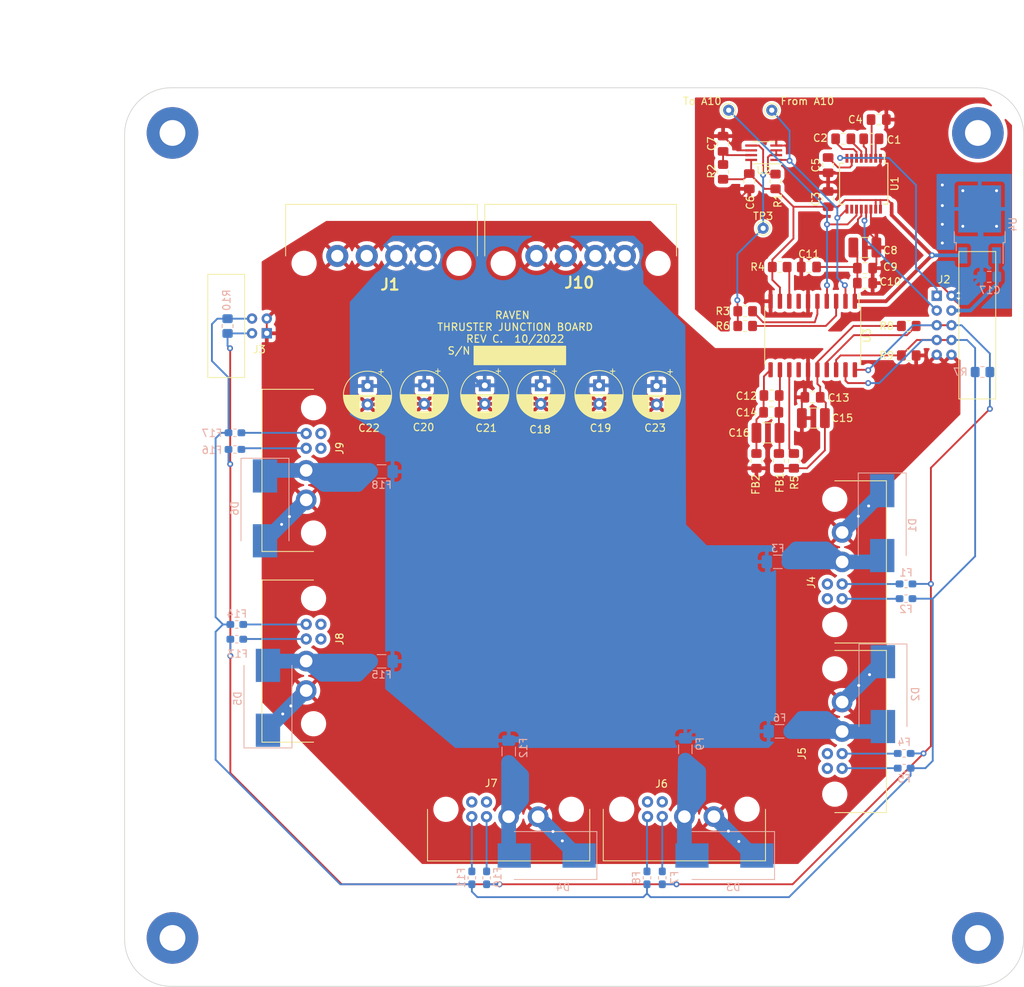
<source format=kicad_pcb>
(kicad_pcb (version 20211014) (generator pcbnew)

  (general
    (thickness 1.6)
  )

  (paper "A4")
  (layers
    (0 "F.Cu" signal)
    (31 "B.Cu" signal)
    (32 "B.Adhes" user "B.Adhesive")
    (33 "F.Adhes" user "F.Adhesive")
    (34 "B.Paste" user)
    (35 "F.Paste" user)
    (36 "B.SilkS" user "B.Silkscreen")
    (37 "F.SilkS" user "F.Silkscreen")
    (38 "B.Mask" user)
    (39 "F.Mask" user)
    (40 "Dwgs.User" user "User.Drawings")
    (41 "Cmts.User" user "User.Comments")
    (42 "Eco1.User" user "User.Eco1")
    (43 "Eco2.User" user "User.Eco2")
    (44 "Edge.Cuts" user)
    (45 "Margin" user)
    (46 "B.CrtYd" user "B.Courtyard")
    (47 "F.CrtYd" user "F.Courtyard")
    (48 "B.Fab" user)
    (49 "F.Fab" user)
  )

  (setup
    (pad_to_mask_clearance 0)
    (grid_origin 83.185 152.4)
    (pcbplotparams
      (layerselection 0x00010fc_ffffffff)
      (disableapertmacros false)
      (usegerberextensions false)
      (usegerberattributes true)
      (usegerberadvancedattributes true)
      (creategerberjobfile true)
      (svguseinch false)
      (svgprecision 6)
      (excludeedgelayer false)
      (plotframeref true)
      (viasonmask false)
      (mode 1)
      (useauxorigin false)
      (hpglpennumber 1)
      (hpglpenspeed 20)
      (hpglpendiameter 15.000000)
      (dxfpolygonmode true)
      (dxfimperialunits true)
      (dxfusepcbnewfont true)
      (psnegative false)
      (psa4output false)
      (plotreference false)
      (plotvalue false)
      (plotinvisibletext false)
      (sketchpadsonfab false)
      (subtractmaskfromsilk false)
      (outputformat 4)
      (mirror false)
      (drillshape 0)
      (scaleselection 1)
      (outputdirectory "../../../../Downloads/thruster_junction_board/")
    )
  )

  (net 0 "")
  (net 1 "Net-(U1-Pad2)")
  (net 2 "Net-(U1-Pad4)")
  (net 3 "Net-(U1-Pad5)")
  (net 4 "Net-(U1-Pad6)")
  (net 5 "GND")
  (net 6 "Net-(U1-Pad3)")
  (net 7 "Net-(C7-Pad2)")
  (net 8 "/RS485_B")
  (net 9 "/RS485_A")
  (net 10 "/ISO_RS232_TO_A10")
  (net 11 "/ISO_RS232_FROM_A10")
  (net 12 "Net-(R1-Pad1)")
  (net 13 "/ISO_!RE")
  (net 14 "/ISO_RXD")
  (net 15 "/ISO_TXD")
  (net 16 "Net-(U1-Pad7)")
  (net 17 "Net-(J4-Pad3)")
  (net 18 "Net-(J4-Pad4)")
  (net 19 "+48V")
  (net 20 "Net-(J4-Pad5)")
  (net 21 "Net-(J5-Pad3)")
  (net 22 "Net-(J5-Pad4)")
  (net 23 "Net-(J5-Pad5)")
  (net 24 "Net-(J6-Pad3)")
  (net 25 "Net-(J6-Pad4)")
  (net 26 "Net-(J6-Pad5)")
  (net 27 "Net-(J7-Pad3)")
  (net 28 "Net-(J7-Pad4)")
  (net 29 "Net-(J7-Pad5)")
  (net 30 "Net-(J8-Pad3)")
  (net 31 "Net-(J8-Pad4)")
  (net 32 "Net-(J8-Pad5)")
  (net 33 "Net-(J9-Pad3)")
  (net 34 "Net-(J9-Pad4)")
  (net 35 "Net-(R4-Pad1)")
  (net 36 "/MODE")
  (net 37 "Net-(C12-Pad2)")
  (net 38 "Net-(C12-Pad1)")
  (net 39 "/VISO_5V")
  (net 40 "/ISO_EN")
  (net 41 "/ISO_DE")
  (net 42 "GNDS")
  (net 43 "VDD")
  (net 44 "/GSS_24V")
  (net 45 "Net-(J9-Pad5)")
  (net 46 "unconnected-(J4-Pad2)")
  (net 47 "unconnected-(J4-Pad1)")
  (net 48 "unconnected-(J5-Pad2)")
  (net 49 "unconnected-(J5-Pad1)")
  (net 50 "unconnected-(J6-Pad2)")
  (net 51 "unconnected-(J6-Pad1)")
  (net 52 "unconnected-(J7-Pad2)")
  (net 53 "unconnected-(J7-Pad1)")
  (net 54 "unconnected-(J8-Pad2)")
  (net 55 "unconnected-(J8-Pad1)")
  (net 56 "unconnected-(J9-Pad2)")
  (net 57 "unconnected-(J9-Pad1)")
  (net 58 "unconnected-(U1-Pad10)")
  (net 59 "unconnected-(U3-Pad14)")
  (net 60 "unconnected-(U3-Pad7)")

  (footprint "Capacitor_SMD:C_0805_2012Metric_Pad1.18x1.45mm_HandSolder" (layer "F.Cu") (at 167.3005 43.756))

  (footprint "Capacitor_SMD:C_0805_2012Metric_Pad1.18x1.45mm_HandSolder" (layer "F.Cu") (at 151.003 44.4285 -90))

  (footprint "Capacitor_SMD:C_0805_2012Metric_Pad1.18x1.45mm_HandSolder" (layer "F.Cu") (at 157.5805 78.582 180))

  (footprint "MountingHole:MountingHole_3.5mm_Pad" (layer "F.Cu") (at 185.56 152.185))

  (footprint "MountingHole:MountingHole_3.5mm_Pad" (layer "F.Cu") (at 185.56 42.965))

  (footprint "MountingHole:MountingHole_3.5mm_Pad" (layer "F.Cu") (at 76.34 42.965))

  (footprint "MountingHole:MountingHole_3.5mm_Pad" (layer "F.Cu") (at 76.34 152.185))

  (footprint "Resistor_SMD:R_0805_2012Metric_Pad1.20x1.40mm_HandSolder" (layer "F.Cu") (at 158.115 49.546 -90))

  (footprint "TestPoint:TestPoint_THTPad_D1.5mm_Drill0.7mm" (layer "F.Cu") (at 156.435 55.9))

  (footprint "Capacitor_SMD:C_0805_2012Metric_Pad1.18x1.45mm_HandSolder" (layer "F.Cu") (at 170.2495 61.302))

  (footprint "Capacitor_SMD:C_0805_2012Metric_Pad1.18x1.45mm_HandSolder" (layer "F.Cu") (at 162.6475 61.15 180))

  (footprint "Capacitor_SMD:C_0805_2012Metric_Pad1.18x1.45mm_HandSolder" (layer "F.Cu") (at 157.5375 80.868 180))

  (footprint "Capacitor_SMD:C_1210_3225Metric_Pad1.33x2.70mm_HandSolder" (layer "F.Cu") (at 157.0895 83.662 180))

  (footprint "Resistor_SMD:R_0805_2012Metric_Pad1.20x1.40mm_HandSolder" (layer "F.Cu") (at 158.575 87.456 90))

  (footprint "raven_parts_library:Harwin_Mixtex_4+2_Horizontal" (layer "F.Cu") (at 165.149 127.176 90))

  (footprint "raven_parts_library:Harwin_Mixtex_4+2_Horizontal" (layer "F.Cu") (at 142.757 133.716))

  (footprint "raven_parts_library:Harwin_Mixtex_4+2_Horizontal" (layer "F.Cu") (at 118.923 133.732))

  (footprint "raven_parts_library:Harwin_Mixtex_4+2_Horizontal" (layer "F.Cu") (at 96.467 111.62 -90))

  (footprint "raven_parts_library:Harwin_Mixtex_4+2_Horizontal" (layer "F.Cu") (at 96.467 85.746 -90))

  (footprint "Resistor_SMD:R_0805_2012Metric_Pad1.20x1.40mm_HandSolder" (layer "F.Cu") (at 158.685 61.15 180))

  (footprint "Package_SO:SOIC-20W_7.5x12.8mm_P1.27mm" (layer "F.Cu") (at 163.159 70.446 -90))

  (footprint "raven_parts_library:Harwin_Mixtex_4+2_Horizontal" (layer "F.Cu") (at 165.149 104.164 90))

  (footprint "raven_parts_library:Harwin_JTek_2x2_through_hole_horizontal_jackscrews" (layer "F.Cu") (at 88.125 68.146 90))

  (footprint "Capacitor_SMD:C_0805_2012Metric_Pad1.18x1.45mm_HandSolder" (layer "F.Cu") (at 170.2495 63.334))

  (footprint "Package_SO:SSOP-16_5.3x6.2mm_P0.65mm" (layer "F.Cu") (at 170.073 49.852 -90))

  (footprint "Capacitor_SMD:C_0805_2012Metric_Pad1.18x1.45mm_HandSolder" (layer "F.Cu") (at 165.247 51.9375 90))

  (footprint "Resistor_SMD:R_0805_2012Metric_Pad1.20x1.40mm_HandSolder" (layer "F.Cu") (at 151.003 48.244 -90))

  (footprint "Resistor_SMD:R_0805_2012Metric_Pad1.20x1.40mm_HandSolder" (layer "F.Cu") (at 155.527 87.456 90))

  (footprint "Resistor_SMD:R_0805_2012Metric_Pad1.20x1.40mm_HandSolder" (layer "F.Cu") (at 160.607 87.456 -90))

  (footprint "Capacitor_SMD:C_0805_2012Metric_Pad1.18x1.45mm_HandSolder" (layer "F.Cu") (at 163.1375 78.828 180))

  (footprint "Capacitor_SMD:C_1210_3225Metric_Pad1.33x2.70mm_HandSolder" (layer "F.Cu") (at 170.2325 58.508))

  (footprint "Capacitor_SMD:C_0805_2012Metric_Pad1.18x1.45mm_HandSolder" (layer "F.Cu") (at 171.1105 43.756))

  (footprint "Capacitor_SMD:C_0805_2012Metric_Pad1.18x1.45mm_HandSolder" (layer "F.Cu") (at 165.247 47.3335 90))

  (footprint "Package_SO:SSOP-8_2.95x2.8mm_P0.65mm" (layer "F.Cu") (at 156.513 45.649 180))

  (footprint "Capacitor_SMD:C_0805_2012Metric_Pad1.18x1.45mm_HandSolder" (layer "F.Cu") (at 154.559 49.5085 -90))

  (footprint "Resistor_SMD:R_0805_2012Metric_Pad1.20x1.40mm_HandSolder" (layer "F.Cu") (at 153.999 69.15 180))

  (footprint "raven_parts_library:Harwin_MixTek_0+4_horizontal" (layer "F.Cu") (at 110.685 59.65 180))

  (footprint "raven_parts_library:Harwin_MixTek_0+4_horizontal" (layer "F.Cu") (at 137.685 59.65 180))

  (footprint "raven_parts_library:Harwin_JTek_5x2_through_hole_horizontal_jackscrews" (layer "F.Cu") (at 180.975 67.056 -90))

  (footprint "Resistor_SMD:R_0805_2012Metric_Pad1.20x1.40mm_HandSolder" (layer "F.Cu") (at 176.185 73.15 180))

  (footprint "Resistor_SMD:R_0805_2012Metric_Pad1.20x1.40mm_HandSolder" (layer "F.Cu") (at 153.999 67.15 180))

  (footprint "Capacitor_SMD:C_1210_3225Metric_Pad1.33x2.70mm_HandSolder" (layer "F.Cu") (at 163.2475 81.65 180))

  (footprint "Resistor_SMD:R_0805_2012Metric_Pad1.20x1.40mm_HandSolder" (layer "F.Cu") (at 176.185 69.15 180))

  (footprint "Capacitor_SMD:C_0805_2012Metric_Pad1.18x1.45mm_HandSolder" (layer "F.Cu") (at 172.1065 41.148))

  (footprint "TestPoint:TestPoint_THTPad_D1.5mm_Drill0.7mm" (layer "F.Cu") (at 151.765 39.878))

  (footprint "TestPoint:TestPoint_THTPad_D1.5mm_Drill0.7mm" (layer "F.Cu") (at 157.607 39.878))

  (footprint "Capacitor_THT:CP_Radial_D6.3mm_P2.50mm" (layer "F.Cu") (at 134.185 77.217621 -90))

  (footprint "Capacitor_THT:CP_Radial_D6.3mm_P2.50mm" (layer "F.Cu") (at 126.285 77.217621 -90))

  (footprint "Capacitor_THT:CP_Radial_D6.3mm_P2.50mm" (layer "F.Cu")
    (tedit 5AE50EF0) (tstamp 66f3b232-15e2-47ed-abb9-6edca5cb5038)
    (at 102.785 77.3 -90)
    (descr "CP, Radial series, Radial, pin pitch=2.50mm, , diameter=6.3mm, Electrolytic Capacitor")
    (tags "CP Radial series Radial pin pitch 2.50mm  diameter 6.3mm Electrolytic Capacitor")
    (property "Sheetfile" "File: /home/aaron/workspace/raven/vehicle_interface_board/thruster_junction_board_rev2/thruster_junction_board_rev2.sch")
    (property "Sheetname" "")
    (path "/022b67fb-c84e-4130-b422-5f6e0294ed7a")
    (attr through_hole)
    (fp_text reference "C22" (at 5.7 -0.2 180) (layer "F.SilkS")
      (effects (font (size 1 1) (thickness 0.15)))
      (tstamp 7931d4d5-6757-4b8c-a854-bfd9ef7fad60)
    )
    (fp_text value "33uF 63V" (at 1.25 4.4 90) (layer "F.Fab")
      (effects (font (size 1 1) (thickness 0.15)))
      (tstamp 2f286dc1-2af7-45e8-9b9a-e0f71f7a8b63)
    )
    (fp_text user "${REFERENCE}" (at 1.25 0 90) (layer "F.Fab")
      (effects (font (size 1 1) (thickness 0.15)))
      (tstamp 47766341-e1e1-4d1d-9f74-c56ff1617f3f)
    )
    (fp_line (start 2.771 1.04) (end 2.771 2.856) (layer "F.SilkS") (width 0.12) (tstamp 002c8945-ecfe-4413-a54a-30cc2225d644))
    (fp_line (start 2.411 -3.018) (end 2.411 -1.04) (layer "F.SilkS") (width 0.12) (tstamp 00f109aa-eec4-433d-8626-1f3ea084cc74))
    (fp_line (start 1.49 1.04) (end 1.49 3.222) (layer "F.SilkS") (width 0.12) (tstamp 01a7c86b-bda2-40b9-9e37-f69675820e71))
    (fp_line (start 2.451 1.04) (end 2.451 3.002) (layer "F.SilkS") (width 0.12) (tstamp 0ced26fb-10b7-43b6-81a5-e1ded767638a))
    (fp_line (start 2.091 -3.121) (end 2.091 -1.04) (layer "F.SilkS") (width 0.12) (tstamp 0e8df51d-b6ea-4297-9c54-40bea79b180b))
    (fp_line (start 3.691 -2.137) (end 3.691 2.137) (layer "F.SilkS") (width 0.12) (tstamp 0e91d8dd-c483-471a-8306-887225657447))
    (fp_line (start 1.81 -3.182) (end 1.81 -1.04) (layer "F.SilkS") (width 0.12) (tstamp 0f7cd65f-4ad4-49b1-be6a-41363d4bf9bb))
    (fp_line (start 2.211 1.04) (end 2.211 3.086) (layer "F.SilkS") (width 0.12) (tstamp 10b87c37-e796-4042-a05d-99e166420706))
    (fp_line (start 3.131 -2.636) (end 3.131 -1.04) (layer "F.SilkS") (width 0.12) (tstamp 131afd69-d71a-4d31-87ec-c8358019b300))
    (fp_line (start 3.091 1.04) (end 3.091 2.664) (layer "F.SilkS") (width 0.12) (tstamp 15652172-a570-49c6-9466-48fda7813372))
    (fp_line (start 2.851 1.04) (end 2.851 2.812) (layer "F.SilkS") (width 0.12) (tstamp 18a808bd-6d63-49e6-9bbc-b5b08016852d))
    (fp_line (start 3.011 -2.716) (end 3.011 -1.04) (layer "F.SilkS") (width 0.12) (tstamp 18f601c7-917b-4cf9-91e0-2411102c9a08))
    (fp_line (start 4.091 -1.581) (end 4.091 1.581) (layer "F.SilkS") (width 0.12) (tstamp 19b087c8-bf3b-4658-ab4d-2a61f04b3c61))
    (fp_line (start 2.731 -2.876) (end 2.731 -1.04) (layer "F.SilkS") (width 0.12) (tstamp 1ad56737-3396-4b54-9fa2-57944c56bb28))
    (fp_line (start 3.371 1.04) (end 3.371 2.45) (layer "F.SilkS") (width 0.12) (tstamp 238caf21-b748-4860-9a1b-8fb2594abbc1))
    (fp_line (start 3.371 -2.45) (end 3.371 -1.04) (layer "F.SilkS") (width 0.12) (tstamp 23c27ebe-6184-4800-9bd5-e394f23c92c7))
    (fp_line (start 3.291 -2.516) (end 3.291 -1.04) (layer "F.SilkS") (width 0.12) (tstamp 24f04204-93e9-4773-847f-96bb7460a0e5))
    (fp_line (start 2.091 1.04) (end 2.091 3.121) (layer "F.SilkS") (width 0.12) (tstamp 25757663-0e15-4cfe-87ac-739a05eb9c0f))
    (fp_line (start 1.65 -3.206) (end 1.65 -1.04) (layer "F.SilkS") (width 0.12) (tstamp 29352062-66dd-48cb-9b61-0a08375bae83))
    (fp_line (start 2.971 1.04) (end 2.971 2.742) (layer "F.SilkS") (width 0.12) (tstamp 2dcee1f7-5778-49e3-86b3-e1dc89af0813))
    (fp_line (start 3.491 -2.343) (end 3.491 -1.04) (layer "F.SilkS") (width 0.12) (tstamp 2e487b6b-2f77-43f3-96c8-760a80762154))
    (fp_line (start 3.171 1.04) (end 3.171 2.607) (layer "F.SilkS") (width 0.12) (tstamp 2e7233de-dcc1-4ece-a111-af03285344d5))
    (fp_line (start 2.131 1.04) (end 2.131 3.11) (layer "F.SilkS") (width 0.12) (tstamp 2effb1dc-b667-43d5-a776-39216a218e39))
    (fp_line (start 2.891 1.04) (end 2.891 2.79) (layer "F.SilkS") (width 0.12) (tstamp 310cdce0-49f7-443b-bff4-ec28f62dcf17))
    (fp_line (start 2.891 -2.79) (end 2.891 -1.04) (layer "F.SilkS") (width 0.12) (tstamp 31e05ec2-ecea-4948-9ef0-972ae4a3fcc3))
    (fp_line (start 4.491 -0.402) (end 4.491 0.402) (layer "F.SilkS") (width 0.12) (tstamp 32ffffd7-9606-4b11-a60b-b7e1da560e0b))
    (fp_line (start 3.171 -2.607) (end 3.171 -1.04) (layer "F.SilkS") (width 0.12) (tstamp 36a14758-ba88-42a8-93ec-04c166c5e095))
    (fp_line (start 1.77 -3.189) (end 1.77 -1.04) (layer "F.SilkS") (width 0.12) (tstamp 38226dcc-2dbd-4fc4-a7cb-2102b15f1a0a))
    (fp_line (start 1.93 -3.159) (end 1.93 -1.04) (layer "F.SilkS") (width 0.12) (tstamp 3beff108-d42f-4bfa-93e3-8770ef20f58a))
    (fp_line (start 4.411 -0.802) (end 4.411 0.802) (layer "F.SilkS") (width 0.12) (tstamp 4461800c-c423-4615-a11d-55cd23aa03e3))
    (fp_line (start 2.691 1.04) (end 2.691 2.896) (layer "F.SilkS") (width 0.12) (tstamp 4602c8ca-3f00-49bc-9ec4-47005b3d7774))
    (fp_line (start 4.371 -0.94) (end 4.371 0.94) (layer "F.SilkS") (width 0.12) (tstamp 4ff1aaa3-be2c-460d-beae-a95fb423b5d1))
    (fp_line (start -1.935241 -2.154) (end -1.935241 -1.524) (layer "F.SilkS") (width 0.12) (tstamp 53bc2128-7939-45d4-94c1-9dc6c8173431))
    (fp_line (start 2.691 -2.896) (end 2.691 -1.04) (layer "F.SilkS") (width 0.12) (tstamp 56f818e9-6eb9-4635-94ef-93e259e1ffab))
    (fp_line (start 2.611 1.04) (end 2.611 2.934) (layer "F.SilkS") (width 0.12) (tstamp 57d177b9-bb2b-4d14-8ea0-f85d228c7967))
    (fp_line (start 3.131 1.04) (end 3.131 2.636) (layer "F.SilkS") (width 0.12) (tstamp 5b93f62b-b25f-4c44-b025-e8f004dfc8c3))
    (fp_line (start 4.291 -1.165) (end 4.291 1.165) (layer "F.SilkS") (width 0.12) (tstamp 5b9fdf5d-aefe-48db-aa25-d2f530d318a5))
    (fp_line (start 1.89 -3.167) (end 1.89 -1.04) (layer "F.SilkS") (width 0.12) (tstamp 5cc8bebf-7e65-4dcc-8bb6-866962794c59))
    (fp_line (start 3.531 -2.305) (end 3.531 -1.04) (layer "F.SilkS") (width 0.12) (tstamp 5ea9bc48-e9fd-4411-8421-535ca9ded222))
    (fp_line (start -2.250241 -1.839) (end -1.620241 -1.839) (layer "F.SilkS") (width 0.12) (tstamp 5fc73ad3-ecb6-4ffb-b50f-89148cfed7d1))
    (fp_line (start 2.051 -3.131) (end 2.051 -1.04) (layer "F.SilkS") (width 0.12) (tstamp 6217d066-67bb-45b7-8543-fbe1ec0c2c65))
    (fp_line (start 2.051 1.04) (end 2.051 3.131) (layer "F.SilkS") (width 0.12) (tstamp 62b9d195-0108-4708-9f7b-2b9c95576625))
    (fp_line (start 2.371 1.04) (end 2.371 3.033) (layer "F.SilkS") (width 0.12) (tstamp 63cacdbe-a3d9-4c10-8dc6-dfb59e41c07c))
    (fp_line (start 1.57 -3.215) (end 1.57 -1.04) (layer "F.SilkS") (width 0.12) (tstamp 63e440cb-2976-4a28-9d12-16798f98d08a))
    (fp_line (start 4.331 -1.059) (end 4.331 1.059) (layer "F.SilkS") (width 0.12) (tstamp 646b48c0-2c09-4910-92e3-a5f19fb4dbc7))
    (fp_line (start 1.41 -3.227) (end 1.41 3.227) (layer "F.SilkS") (width 0.12) (tstamp 6561bf54-86be-488b-a53c-83e4984a97e6))
    (fp_line (start 2.971 -2.742) (end 2.971 -1.04) (layer "F.SilkS") (width 0.12) (tstamp 66a6be28-eaf8-4045-bcf1-f36591dcc6ce))
    (fp_line (start 2.571 -2.952) (end 2.571 -1.04) (layer "F.SilkS") (width 0.12) (tstamp 674dadb1-be68-4874-8e76-d42700b48951))
    (fp_line (start 3.891 -1.89) (end 3.891 1.89) (layer "F.SilkS") (width 0.12) (tstamp 67d14241-0bf8-430f-b4d4-73f95f3e71a5))
    (fp_line (start 1.89 1.04) (end 1.89 3.167) (layer "F.SilkS") (width 0.12) (tstamp 68b8a92d-7a2d-4937-bc0e-77e838cd93b7))
    (fp_line (start 3.051 -2.69) (end 3.051 -1.04) (layer "F.SilkS") (width 0.12) (tstamp 6fc25c1f-507a-4bc6-82de-7b3ce5a0a8fa))
    (fp_line (start 3.771 -2.044) (end 3.771 2.044) (layer "F.SilkS") (width 0.12) (tstamp 73b20d43-48d8-44a1-b3b6-1a506cb5f6d8))
    (fp_line (start 4.011 -1.714) (end 4.011 1.714) (layer "F.SilkS") (width 0.12) (tstamp 752414c3-06a9-4584-936a-73051089f386))
    (fp_line (start 3.571 -2.265) (end 3.571 2.265) (layer "F.SilkS") (width 0.12) (tstamp 765b075e-9e21-472e-9419-a23d1cc9244c))
    (fp_line (start 1.45 -3.224) (end 1.45 3.224) (layer "F.SilkS") (width 0.12) (tstamp 7922946a-cfcb-4878-83e6-91093bf28b79))
    (fp_line (start 1.77 1.04) (end 1.77 3.189) (layer "F.SilkS") (width 0.12) (tstamp 7b213620-4408-4a97-b55a-e7f227c580ae))
    (fp_line (start 2.811 1.04) (end 2.811 2.834) (layer "F.SilkS") (width 0.12) (tstamp 7cd0f5c2-cd1a-4d38-b9a5-f555da943e9a))
    (fp_line (start 4.451 -0.633) (end 4.451 0.633) (layer "F.SilkS") (width 0.12) (tstamp 7d95b5f5-2ae1-40fb-9390-2117b53ab7c5))
    (fp_line (start 3.931 -1.834) (end 3.931 1.834) (layer "F.SilkS") (width 0.12) (tstamp 83df2f2e-d87e-418c-8518-7b5e10fc3e30))
    (fp_line (start 1.61 -3.211) (end 1.61 -1.04) (layer "F.SilkS") (width 0.12) (tstamp 84eba8d4-0a6c-4a48-a405-8cef4b36eb33))
    (fp_line (start 1.53 1.04) (end 1.53 3.218) (layer "F.SilkS") (width 0.12) (tstamp 88c910b6-acc3-4a8e-85c1-c9a5cba781d4))
    (fp_line (start 3.851 -1.944) (end 3.851 1.944) (layer "F.SilkS") (width 0.12) (tstamp 8984c0e3-238e-412f-8c97-9b7f56243e10))
    (fp_line (start 3.251 -2.548) (end 3.251 -1.04) (layer "F.SilkS") (width 0.12) (tstamp 8ce485c9-61cf-482d-a2c8-4755e454afb1))
    (fp_line (start 2.251 1.04) (end 2.251 3.074) (layer "F.SilkS") (width 0.12) (tstamp 8f831ad0-6c19-4d3f-8ab8-bfdb6598fe73))
    (fp_line (start 4.051 -1.65) (end 4.051 1.65) (layer "F.SilkS") (width 0.12) (tstamp 90f837e1-2f9e-4c25-88b2-15cc847bd641))
    (fp_line (start 2.731 1.04) (end 2.731 2.876) (layer "F.SilkS") (width 0.12) (tstamp 91512307-44ed-48d5-a81b-6a6d4c6b30a1))
    (fp_line (start 3.291 1.04) (end 3.291 2.516) (layer "F.SilkS") (width 0.12) (tstamp 94ca82c1-601f-41c2-8b47-f398cb5df7df))
    (fp_line (start 2.171 1.04) (end 2.171 3.098) (layer "F.SilkS") (width 0.12) (tstamp 952cb864-0e54-4727-b415-6347cd462a5a))
    (fp_line (start 1.53 -3.218) (end 1.53 -1.04) (layer "F.SilkS") (width 0.12) (tstamp 985e3027-1202-46ec-9294-97b287152fa0))
    (fp_line (start 2.331 1.04) (end 2.331 3.047) (layer "F.SilkS") (width 0.12) (tstamp 987ffe10-9beb-49eb-ac06-dbd6ac463822))
    (fp_line (start 3.451 1.04) (end 3.451 2.38) (layer "F.SilkS") (width 0.12) (tstamp 9988bcd4-15b1-4880-8fc4-02db1a02055c))
    (fp_line (start 1.73 1.04) (end 1.73 3.195) (layer "F.SilkS") (width 0.12) (tstamp 9a8138f8-3f84-482c-832f-c1ee702e97dd))
    (fp_line (start 1.69 1.04) (end 1.69 3.201) (layer "F.SilkS") (width 0.12) (tstamp 9aefefa6-2bad-4f02-99fb-fc94944e9f13))
    (fp_line (start 2.931 1.04) (end 2.931 2.766) (layer "F.SilkS") (width 0.12) (tstamp 9b656c7a-b5ff-4f8b-bc91-eb6a1727b5f5))
    (fp_line (start 2.531 1.04) (end 2.531 2.97) (layer "F.SilkS") (width 0.12) (tstamp 9c61049a-e81d-4df3-9a97-819b8a25930d))
    (fp_line (start 1.93 1.04) (end 1.93 3.159) (layer "F.SilkS") (width 0.12) (tstamp 9cb5e0cc-3665-4cfd-8dc7-e2aa658a829a))
    (fp_line (start 2.251 -3.074) (end 2.251 -1.04) (layer "F.SilkS") (width 0.12) (tstamp 9cebbd01-6ec9-4f95-b019-515e890725e8))
    (fp_line (start 3.051 1.04) (end 3.051 2.69) (layer "F.SilkS") (width 0.12) (tstamp 9e2082ab-84ac-41a4-a0c2-9be38b59d035))
    (fp_line (start 2.771 -2.856) (end 2.771 -1.04) (layer "F.SilkS") (width 0.12) (tstamp 9fc3f1be-6523-46ee-bd16-7b593e348527))
    (fp_line (start 3.531 1.04) (end 3.531 2.305) (layer "F.SilkS") (width 0.12) (tstamp a281834e-c202-4857-8a24-a652b82e9866))
    (fp_line (start 3.611 -2.224) (end 3.611 2.224) (layer "F.SilkS") (width 0.12) (tstamp a43334c6-8f4c-4928-869c-763fccd41fd4))
    (fp_line (start 1.81 1.04) (end 1.81 3.182) (layer "F.SilkS") (width 0.12) (tstamp a4db4301-183b-4a22-a5a4-5bedf59f901a))
    (fp_line (start 2.491 -2.986) (end 2.491 -1.04) (layer "F.SilkS") (width 0.12) (tstamp a654c5ef-60f9-4bfb-a0db-cb95d7051cc4))
    (fp_line (start 3.411 -2.416) (end 3.411 -1.04) (layer "F.SilkS") (width 0.12) (tstamp a70c520c-defd-42c0-b928-1ac086824c49))
    (fp_line (start 3.411 1.04) (end 3.411 2.416) (layer "F.SilkS") (width 0.12) (tstamp aaf06f24-bd95-44e5-a0db-a0bc8e4a8a2c))
    (fp_line (start 3.211 -2.578) (end 3.211 -1.04) (layer "F.SilkS") (width 0.12) (tstamp ab010219-e6e1-4e6f-9a8b-db9144223b85))
    (fp_line (start 3.491 1.04) (end 3.491 2.343) (layer "F.SilkS") (width 0.12) (tstamp adeca479-cd1f-490b-8320-1d8e69723537))
    (fp_line (start 3.011 1.04) (end 3.011 2.716) (layer "F.SilkS") (width 0.12) (tstamp affd07d1-70b2-4371-a9a0-c3274804b31f))
    (fp_line (start 2.331 -3.047) (end 2.331 -1.04) (layer "F.SilkS") (width 0.12) (tstamp b0566b60-38fc-4636-9a13-f42a215e3238))
    (fp_line (start 2.011 1.04) (end 2.011 3.141) (layer "F.SilkS") (width 0.12) (tstamp b0908349-3b7f-4611-88bc-5db405fba6cb))
    (fp_line (start 2.851 -2.812) (end 2.851 -1.04) (layer "F.SilkS") (width 0.12) (tstamp b6a8792f-bb55-4e91-aa0b-b6b160f7b19a))
    (fp_line (start 4.251 -1.262) (end 4.251 1.262) (layer "F.SilkS") (width 0.12) (tstamp b7051683-6c4c-40c9-807c-6cfeda2dba53))
    (fp_line (start 2.651 -2.916) (end 2.651 -1.04) (layer "F.SilkS") (width 0.12) (tstamp b9655f57-d2dc-4340-9c19-da2cb4cc31e1))
    (fp_line (start 4.171 -1.432) (end 4.171 1.432) (layer "F.SilkS") (width 0.12) (tstamp b9da3d6e-bbb9-4995-b79d-b3ba57e040bf))
    (fp_line (start 3.211 1.04) (end 3.211 2.578) (layer "F.SilkS") (width 0.12) (tstamp beaf0a03-4ac0-4c69-aa1e-af0f1cfddec5))
    (fp_line (start 3.731 -2.092) (end 3.731 2.092) (layer "F.SilkS") (width 0.12) (tstamp c0e318b9-265f-4b66-bfd2-ca533dc1911b))
    (fp_line (start 1.29 -3.23) (end 1.29 3.23) (layer "F.SilkS") (width 0.12) (tstamp c1c31b91-a956-4a88-b513-f1d9e99b249c))
    (fp_line (start 2.611 -2.934) (end 2.611 -1.04) (layer "F.SilkS") (width 0.12) (tstamp c25fea50-e333-4815-80c5-60c1688d370a))
    (fp_line (start 1.85 -3.175) (end 1.85 -1.04) (layer "F.SilkS") (width 0.12) (tstamp c422a159-7c03-4892-a86d-a15d7ac4e0f9))
    (fp_line (start 2.411 1.04) (end 2.411 3.018) (layer "F.SilkS") (width 0.12) (tstamp c5e8986d-835d-49c2-a751-1149f4fc1042))
    (fp_line (start 2.571 1.04) (end 2.571 2.952) (layer "F.SilkS") (width 0.12) (tstamp c88e70ce-9c67-4295-9cd6-f10709a4a29f))
    (fp_line (start 3.331 1.04) (end 3.331 2.484) (layer "F.SilkS") (width 0.12) (tstamp cf44e1f8-081f-4a6f-8532-f2c09a0c2ef5))
    (fp_line (start 1.69 -3.201) (end 1.69 -1.04) (layer "F.SilkS") (width 0.12) (tstamp cf64105c-420e-4abc-8545-3c698100c16c))
    (fp_line (start 1.25 -3.23) (end 1.25 3.23) (layer "F.SilkS") (width 0.12) (tstamp d060bf33-b2e5-4cbf-b17a-c2138a9e6630))
    (fp_line (start 3.331 -2.484) (end 3.331 -1.04) (layer "F.SilkS") (width 0.12) (tstamp d0b939c3-74ee-4bcb-8e9a-3998093b23c4))
    (fp_line (start 2.371 -3.033) (end 2.371 -1.04) (layer "F.SilkS") (width 0.12) (tstamp d28af6f1-f2bd-4239-ad5c-4616b500d64a))
    (fp_line (start 2.491 1.04) (end 2.491 2.986) (layer "F.SilkS") (width 0.12) (tstamp d2a08ebf-88d8-49ad-b796-42fe6fce3e85))
    (fp_line (start 3.451 -2.38) (end 3.451 -1.04) (layer "F.SilkS") (width 0.12) (tstamp d332bb8e-61fb-473c-8a1b-e3754edde297))
    (fp_line (start 3.651 -2.182) (end 3.651 2.182) (layer "F.SilkS") (width 0.12) (tstamp d3edbf8a-0179-40b8-986d-c4538d8b0507))
    (fp_line (start 2.931 -2.766) (end 2.931 -1.04) (layer "F.SilkS") (width 0.12) (tstamp d6a35257-87ee-4e45-a334-728371ea130b))
    (fp_line (start 3.811 -1.995) (end 3.811 1.995) (layer "F.SilkS") (width 0.12) (tstamp d6a3baa1-0d26-4ea8-bd68-11d605e63888))
    (fp_line (start 1.85 1.04) (end 1.85 3.175) (layer "F.SilkS") (width 0.12) (tstamp d91cda0c-94f4-456f-af13-17809acf0ae5))
    (fp_line (start 4.211 -1.35) (end 4.211 1.35) (layer "F.SilkS") (width 0.12) (tstamp da979d64-2b2a-45b3-8e23-1888db4d0b70))
    (fp_line (start 1.57 1.04) (end 1.57 3.215) (layer "F.SilkS") (width 0.12) (tstamp dba59117-dd2a-4e71-83a2-b5f0a1284e08))
    (fp_line (start 1.61 1.04) (end 1.61 3.211) (layer "F.SilkS") (width 0.12) (tstamp dc4fabde-5a90-4a6c-9b18-b2a7ccef52a0))
    (fp_line (start 2.011 -3.141) (end 2.011 -1.04) (layer "F.SilkS") (width 0.12) (tstamp dd9f2833-8b5c-4dca-a18a-66d3bb086004))
    (fp_line (start 2.651 1.04) (end 2.651 2.916) (layer "F.SilkS") (width 0.12) (tstamp df9a7198-0d2a-4e1c-844d-25591973380b))
    (fp_line (start 3.971 -1.776) (end 3.971 1.776) (layer "F.SilkS") (width 0.12) (tstamp e0796bfb-ec76-4b50-8a22-977bf68e503e))
    (fp_line (start 1.49 -3.222) (end 1.49 -1.04) (layer "F.SilkS") (width 0.12) (tstamp e37c2d66-6d12-48ec-b76b-60c548c7eb4c))
    (fp_line (start 1.37 -3.228) (end 1.37 3.228) (layer "F.SilkS") (width 0.12) (tstamp e4248b43-bc7a-416c-bbdb-2e38c5788b6d))
    (fp_line (start 4.13
... [727355 chars truncated]
</source>
